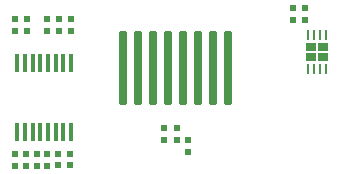
<source format=gtp>
G04*
G04 #@! TF.GenerationSoftware,Altium Limited,Altium Designer,19.1.8 (144)*
G04*
G04 Layer_Color=8421504*
%FSAX43Y43*%
%MOMM*%
G71*
G01*
G75*
%ADD14R,0.850X0.650*%
G04:AMPARAMS|DCode=15|XSize=0.71mm|YSize=6.3mm|CornerRadius=0.165mm|HoleSize=0mm|Usage=FLASHONLY|Rotation=180.000|XOffset=0mm|YOffset=0mm|HoleType=Round|Shape=RoundedRectangle|*
%AMROUNDEDRECTD15*
21,1,0.710,5.970,0,0,180.0*
21,1,0.380,6.300,0,0,180.0*
1,1,0.330,-0.190,2.985*
1,1,0.330,0.190,2.985*
1,1,0.330,0.190,-2.985*
1,1,0.330,-0.190,-2.985*
%
%ADD15ROUNDEDRECTD15*%
G04:AMPARAMS|DCode=16|XSize=1.55mm|YSize=0.4mm|CornerRadius=0.085mm|HoleSize=0mm|Usage=FLASHONLY|Rotation=90.000|XOffset=0mm|YOffset=0mm|HoleType=Round|Shape=RoundedRectangle|*
%AMROUNDEDRECTD16*
21,1,1.550,0.230,0,0,90.0*
21,1,1.380,0.400,0,0,90.0*
1,1,0.170,0.115,0.690*
1,1,0.170,0.115,-0.690*
1,1,0.170,-0.115,-0.690*
1,1,0.170,-0.115,0.690*
%
%ADD16ROUNDEDRECTD16*%
G04:AMPARAMS|DCode=17|XSize=0.55mm|YSize=0.55mm|CornerRadius=0.095mm|HoleSize=0mm|Usage=FLASHONLY|Rotation=270.000|XOffset=0mm|YOffset=0mm|HoleType=Round|Shape=RoundedRectangle|*
%AMROUNDEDRECTD17*
21,1,0.550,0.360,0,0,270.0*
21,1,0.360,0.550,0,0,270.0*
1,1,0.190,-0.180,-0.180*
1,1,0.190,-0.180,0.180*
1,1,0.190,0.180,0.180*
1,1,0.190,0.180,-0.180*
%
%ADD17ROUNDEDRECTD17*%
G04:AMPARAMS|DCode=18|XSize=0.55mm|YSize=0.55mm|CornerRadius=0.095mm|HoleSize=0mm|Usage=FLASHONLY|Rotation=0.000|XOffset=0mm|YOffset=0mm|HoleType=Round|Shape=RoundedRectangle|*
%AMROUNDEDRECTD18*
21,1,0.550,0.360,0,0,0.0*
21,1,0.360,0.550,0,0,0.0*
1,1,0.190,0.180,-0.180*
1,1,0.190,-0.180,-0.180*
1,1,0.190,-0.180,0.180*
1,1,0.190,0.180,0.180*
%
%ADD18ROUNDEDRECTD18*%
G04:AMPARAMS|DCode=19|XSize=0.25mm|YSize=0.8mm|CornerRadius=0.05mm|HoleSize=0mm|Usage=FLASHONLY|Rotation=180.000|XOffset=0mm|YOffset=0mm|HoleType=Round|Shape=RoundedRectangle|*
%AMROUNDEDRECTD19*
21,1,0.250,0.700,0,0,180.0*
21,1,0.150,0.800,0,0,180.0*
1,1,0.100,-0.075,0.350*
1,1,0.100,0.075,0.350*
1,1,0.100,0.075,-0.350*
1,1,0.100,-0.075,-0.350*
%
%ADD19ROUNDEDRECTD19*%
D14*
X0126425Y0071125D02*
D03*
X0126425Y0071975D02*
D03*
X0127475Y0071125D02*
D03*
X0127475Y0071975D02*
D03*
D15*
X0115635Y0070175D02*
D03*
X0114365D02*
D03*
X0116905D02*
D03*
X0119445D02*
D03*
X0110555D02*
D03*
X0113095D02*
D03*
X0111825D02*
D03*
X0118175D02*
D03*
D16*
X0106125Y0064810D02*
D03*
X0105475D02*
D03*
X0101575D02*
D03*
X0102225D02*
D03*
Y0070640D02*
D03*
X0101575Y0070640D02*
D03*
X0105475D02*
D03*
X0106125Y0070640D02*
D03*
X0104825D02*
D03*
X0104175Y0070640D02*
D03*
X0103525Y0070640D02*
D03*
X0102875Y0070640D02*
D03*
X0102875Y0064810D02*
D03*
X0103525D02*
D03*
X0104175D02*
D03*
X0104825D02*
D03*
D17*
X0102300Y0061900D02*
D03*
Y0062900D02*
D03*
X0102425Y0074325D02*
D03*
Y0073325D02*
D03*
X0106150Y0074325D02*
D03*
Y0073325D02*
D03*
X0101400Y0061900D02*
D03*
Y0062900D02*
D03*
X0104100Y0061900D02*
D03*
Y0062900D02*
D03*
X0103200Y0061900D02*
D03*
Y0062900D02*
D03*
X0101375Y0073325D02*
D03*
Y0074325D02*
D03*
X0104050Y0074325D02*
D03*
Y0073325D02*
D03*
X0105100Y0074325D02*
D03*
Y0073325D02*
D03*
X0116000Y0064100D02*
D03*
Y0063100D02*
D03*
X0115100Y0064100D02*
D03*
Y0065100D02*
D03*
X0114000D02*
D03*
Y0064100D02*
D03*
D18*
X0105000Y0062900D02*
D03*
X0106000D02*
D03*
X0106000Y0062000D02*
D03*
X0105000Y0062000D02*
D03*
X0125900Y0074225D02*
D03*
X0124900D02*
D03*
X0125900Y0075300D02*
D03*
X0124900D02*
D03*
D19*
X0127700Y0073000D02*
D03*
X0127200D02*
D03*
X0126700D02*
D03*
X0126200D02*
D03*
X0127700Y0070100D02*
D03*
X0127200D02*
D03*
X0126700D02*
D03*
X0126200D02*
D03*
M02*

</source>
